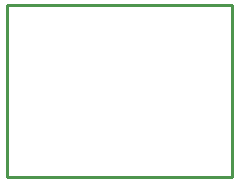
<source format=gko>
G04 Layer: BoardOutline*
G04 EasyEDA v6.4.7, 2021-01-18T10:53:27+01:00*
G04 59e0d5d531bc4477b05e4d448ace7ff7,8dc9eacff13444d6b60fd3cb587e6cd5,05*
G04 Gerber Generator version 0.2*
G04 Scale: 100 percent, Rotated: No, Reflected: No *
G04 Dimensions in inches *
G04 leading zeros omitted , absolute positions ,2 integer and 4 decimal *
%FSLAX24Y24*%
%MOIN*%
G90*
D02*

%ADD10C,0.010000*%
G54D10*
G01X0Y0D02*
G01X7500Y0D01*
G01X7500Y5725D01*
G01X0Y5725D01*
G01X0Y0D01*

%LPD*%
M00*
M02*

</source>
